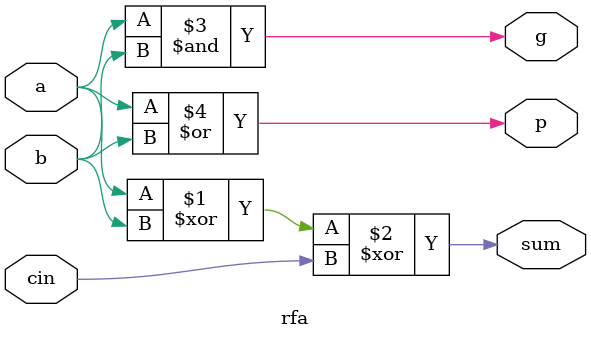
<source format=v>
module rfa (sum, g, p, a, b, cin);
   output sum;
   output g;
   output p;
   input a;
   input b;
   input cin;
   xor x1(sum, a, b, cin);
   and a1(g, a, b);
   or  o1(p, a, b);
endmodule
</source>
